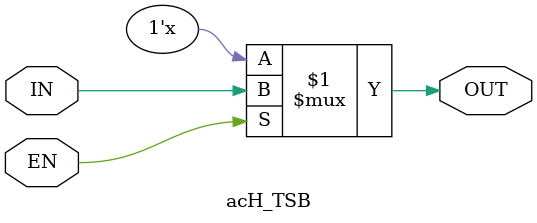
<source format=v>
module acH_TSB(
    input IN,
    input EN,
    output OUT
    );
assign OUT = EN? IN: 1'bz;
endmodule

</source>
